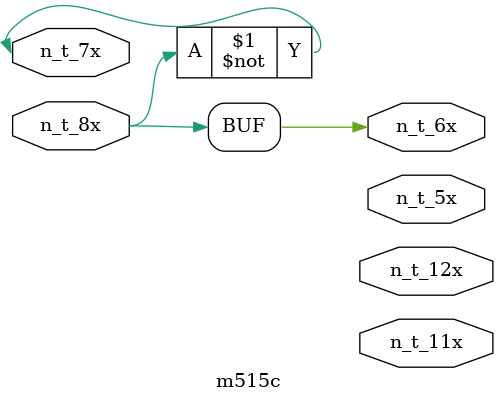
<source format=v>
module m515c (n_t_12x, n_t_5x, n_t_8x, n_t_11x, n_t_6x, n_t_7x);
output n_t_12x;
output n_t_5x;
input n_t_8x;
output n_t_11x;
output n_t_6x;
inout n_t_7x;


assign n_t_7x = ~n_t_8x;
assign n_t_6x = ~n_t_7x;
// open collector 'wire-or's 
endmodule

</source>
